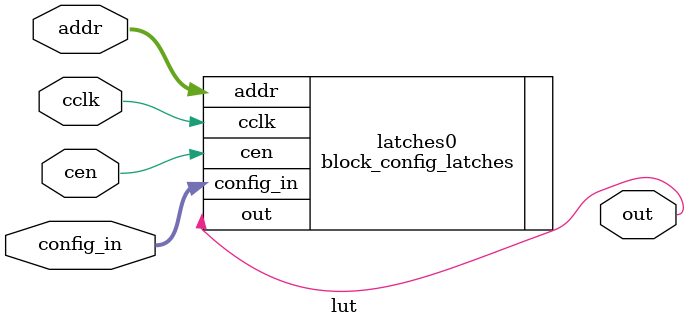
<source format=v>

module lut #(
    parameter INPUTS=4, 
    parameter MEM_SIZE=2**INPUTS
) (
    // IO
    input [INPUTS-1:0] addr, 
    output out,

    // Block Style Configuration
    input cclk,
    input cen,
    input [MEM_SIZE-1:0] config_in
);

block_config_latches #(.ADDR_BITS(INPUTS)) latches0 (
    .addr(addr), 
    .out(out),
    .cclk(cclk),
    .cen(cen),
    .config_in(config_in)
);

//always @(*) begin
//    $display("[%0t] Model running \n", $time);
//end
//
endmodule


</source>
